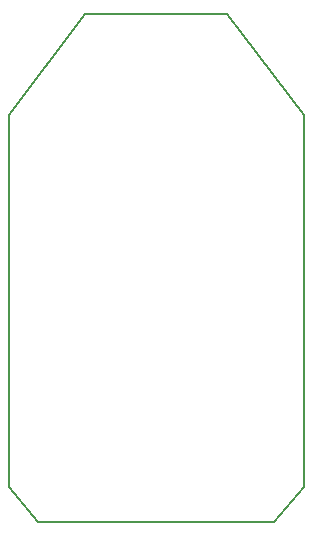
<source format=gbr>
%TF.GenerationSoftware,KiCad,Pcbnew,8.0.0*%
%TF.CreationDate,2026-01-20T23:42:33+05:30*%
%TF.ProjectId,PICKit_Clone_KiCAD,5049434b-6974-45f4-936c-6f6e655f4b69,1.0*%
%TF.SameCoordinates,Original*%
%TF.FileFunction,Profile,NP*%
%FSLAX46Y46*%
G04 Gerber Fmt 4.6, Leading zero omitted, Abs format (unit mm)*
G04 Created by KiCad (PCBNEW 8.0.0) date 2026-01-20 23:42:33*
%MOMM*%
%LPD*%
G01*
G04 APERTURE LIST*
%TA.AperFunction,Profile*%
%ADD10C,0.200000*%
%TD*%
G04 APERTURE END LIST*
D10*
X133500000Y-78500000D02*
X133500000Y-110000000D01*
X158500000Y-110000000D02*
X158500000Y-78500000D01*
X136000000Y-113000000D02*
X133499977Y-110000019D01*
X156000000Y-113000000D02*
X136000000Y-113000000D01*
X133500000Y-78500000D02*
X140000000Y-70000000D01*
X158500000Y-78500000D02*
X152000000Y-70000000D01*
X156000000Y-113000000D02*
X158500000Y-110000000D01*
X140000000Y-70000000D02*
X152000000Y-70000000D01*
M02*

</source>
